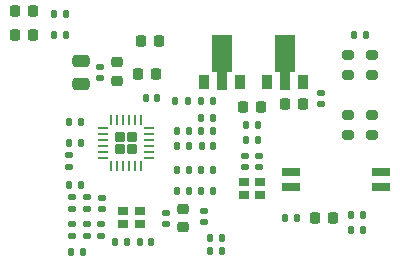
<source format=gbr>
%TF.GenerationSoftware,KiCad,Pcbnew,8.0.9-8.0.9-0~ubuntu22.04.1*%
%TF.CreationDate,2025-04-29T10:25:46+09:00*%
%TF.ProjectId,CANGatewayE,43414e47-6174-4657-9761-79452e6b6963,rev?*%
%TF.SameCoordinates,Original*%
%TF.FileFunction,Paste,Top*%
%TF.FilePolarity,Positive*%
%FSLAX46Y46*%
G04 Gerber Fmt 4.6, Leading zero omitted, Abs format (unit mm)*
G04 Created by KiCad (PCBNEW 8.0.9-8.0.9-0~ubuntu22.04.1) date 2025-04-29 10:25:46*
%MOMM*%
%LPD*%
G01*
G04 APERTURE LIST*
G04 Aperture macros list*
%AMRoundRect*
0 Rectangle with rounded corners*
0 $1 Rounding radius*
0 $2 $3 $4 $5 $6 $7 $8 $9 X,Y pos of 4 corners*
0 Add a 4 corners polygon primitive as box body*
4,1,4,$2,$3,$4,$5,$6,$7,$8,$9,$2,$3,0*
0 Add four circle primitives for the rounded corners*
1,1,$1+$1,$2,$3*
1,1,$1+$1,$4,$5*
1,1,$1+$1,$6,$7*
1,1,$1+$1,$8,$9*
0 Add four rect primitives between the rounded corners*
20,1,$1+$1,$2,$3,$4,$5,0*
20,1,$1+$1,$4,$5,$6,$7,0*
20,1,$1+$1,$6,$7,$8,$9,0*
20,1,$1+$1,$8,$9,$2,$3,0*%
%AMFreePoly0*
4,1,9,3.862500,-0.866500,0.737500,-0.866500,0.737500,-0.450000,-0.737500,-0.450000,-0.737500,0.450000,0.737500,0.450000,0.737500,0.866500,3.862500,0.866500,3.862500,-0.866500,3.862500,-0.866500,$1*%
%AMFreePoly1*
4,1,25,0.266375,0.443630,0.297109,0.420047,0.420047,0.297109,0.458455,0.230584,0.463512,0.192176,0.463512,-0.192176,0.443630,-0.266375,0.420047,-0.297109,0.297109,-0.420047,0.230584,-0.458455,0.192176,-0.463512,-0.192176,-0.463512,-0.266375,-0.443630,-0.297109,-0.420047,-0.420047,-0.297109,-0.458455,-0.230584,-0.463512,-0.192176,-0.463512,0.192176,-0.443630,0.266375,-0.420047,0.297109,
-0.297109,0.420047,-0.230584,0.458455,-0.192176,0.463512,0.192176,0.463512,0.266375,0.443630,0.266375,0.443630,$1*%
G04 Aperture macros list end*
%ADD10RoundRect,0.135000X-0.135000X-0.185000X0.135000X-0.185000X0.135000X0.185000X-0.135000X0.185000X0*%
%ADD11RoundRect,0.135000X-0.185000X0.135000X-0.185000X-0.135000X0.185000X-0.135000X0.185000X0.135000X0*%
%ADD12RoundRect,0.140000X0.140000X0.170000X-0.140000X0.170000X-0.140000X-0.170000X0.140000X-0.170000X0*%
%ADD13RoundRect,0.135000X0.135000X0.185000X-0.135000X0.185000X-0.135000X-0.185000X0.135000X-0.185000X0*%
%ADD14R,0.900000X0.800000*%
%ADD15RoundRect,0.225000X-0.225000X-0.250000X0.225000X-0.250000X0.225000X0.250000X-0.225000X0.250000X0*%
%ADD16RoundRect,0.140000X-0.170000X0.140000X-0.170000X-0.140000X0.170000X-0.140000X0.170000X0.140000X0*%
%ADD17R,0.900000X1.300000*%
%ADD18FreePoly0,90.000000*%
%ADD19RoundRect,0.218750X-0.218750X-0.256250X0.218750X-0.256250X0.218750X0.256250X-0.218750X0.256250X0*%
%ADD20RoundRect,0.140000X0.170000X-0.140000X0.170000X0.140000X-0.170000X0.140000X-0.170000X-0.140000X0*%
%ADD21RoundRect,0.200000X-0.275000X0.200000X-0.275000X-0.200000X0.275000X-0.200000X0.275000X0.200000X0*%
%ADD22FreePoly1,90.000000*%
%ADD23RoundRect,0.062500X0.062500X-0.375000X0.062500X0.375000X-0.062500X0.375000X-0.062500X-0.375000X0*%
%ADD24RoundRect,0.062500X0.375000X-0.062500X0.375000X0.062500X-0.375000X0.062500X-0.375000X-0.062500X0*%
%ADD25RoundRect,0.225000X0.225000X0.250000X-0.225000X0.250000X-0.225000X-0.250000X0.225000X-0.250000X0*%
%ADD26RoundRect,0.225000X-0.250000X0.225000X-0.250000X-0.225000X0.250000X-0.225000X0.250000X0.225000X0*%
%ADD27RoundRect,0.250000X0.475000X-0.250000X0.475000X0.250000X-0.475000X0.250000X-0.475000X-0.250000X0*%
%ADD28RoundRect,0.218750X-0.256250X0.218750X-0.256250X-0.218750X0.256250X-0.218750X0.256250X0.218750X0*%
%ADD29RoundRect,0.135000X0.185000X-0.135000X0.185000X0.135000X-0.185000X0.135000X-0.185000X-0.135000X0*%
%ADD30R,1.600000X0.760000*%
G04 APERTURE END LIST*
D10*
%TO.C,R23*%
X22240000Y4000000D03*
X23260000Y4000000D03*
%TD*%
D11*
%TO.C,R18*%
X22352000Y8638000D03*
X22352000Y7618000D03*
%TD*%
D12*
%TO.C,C10*%
X35024000Y4064000D03*
X34064000Y4064000D03*
%TD*%
D13*
%TO.C,R3*%
X34292000Y9144000D03*
X33272000Y9144000D03*
%TD*%
%TO.C,R6*%
X34294000Y16764000D03*
X33274000Y16764000D03*
%TD*%
D11*
%TO.C,R16*%
X23622000Y8638000D03*
X23622000Y7618000D03*
%TD*%
D14*
%TO.C,Y1*%
X38292000Y9948000D03*
X36892000Y9948000D03*
X36892000Y8848000D03*
X38292000Y8848000D03*
%TD*%
D15*
%TO.C,C22*%
X36804000Y16256000D03*
X38354000Y16256000D03*
%TD*%
D16*
%TO.C,C19*%
X24892000Y8608000D03*
X24892000Y7648000D03*
%TD*%
D17*
%TO.C,U5*%
X38886000Y18370000D03*
D18*
X40386000Y18457500D03*
D17*
X41886000Y18370000D03*
%TD*%
D13*
%TO.C,R1*%
X38104000Y13462000D03*
X37084000Y13462000D03*
%TD*%
%TO.C,R22*%
X21846000Y24172000D03*
X20826000Y24172000D03*
%TD*%
D12*
%TO.C,C16*%
X34290000Y12954000D03*
X33330000Y12954000D03*
%TD*%
D16*
%TO.C,C20*%
X24830000Y6350000D03*
X24830000Y5390000D03*
%TD*%
D10*
%TO.C,R12*%
X22098000Y13208000D03*
X23118000Y13208000D03*
%TD*%
D19*
%TO.C,D1*%
X17500500Y22352000D03*
X19075500Y22352000D03*
%TD*%
D20*
%TO.C,C1*%
X38201600Y11204000D03*
X38201600Y12164000D03*
%TD*%
D13*
%TO.C,R9*%
X32260000Y12954000D03*
X31240000Y12954000D03*
%TD*%
D21*
%TO.C,JP3*%
X47752000Y15557000D03*
X47752000Y13907000D03*
%TD*%
D22*
%TO.C,U2*%
X26416000Y12708000D03*
X27416000Y12708000D03*
X26416000Y13708000D03*
X27416000Y13708000D03*
D23*
X25666000Y11270500D03*
X26166000Y11270500D03*
X26666000Y11270500D03*
X27166000Y11270500D03*
X27666000Y11270500D03*
X28166000Y11270500D03*
D24*
X28853500Y11958000D03*
X28853500Y12458000D03*
X28853500Y12958000D03*
X28853500Y13458000D03*
X28853500Y13958000D03*
X28853500Y14458000D03*
D23*
X28166000Y15145500D03*
X27666000Y15145500D03*
X27166000Y15145500D03*
X26666000Y15145500D03*
X26166000Y15145500D03*
X25666000Y15145500D03*
D24*
X24978500Y14458000D03*
X24978500Y13958000D03*
X24978500Y13458000D03*
X24978500Y12958000D03*
X24978500Y12458000D03*
X24978500Y11958000D03*
%TD*%
D25*
%TO.C,C24*%
X29718000Y21844000D03*
X28168000Y21844000D03*
%TD*%
D15*
%TO.C,C5*%
X42926000Y6858000D03*
X44476000Y6858000D03*
%TD*%
D21*
%TO.C,JP5*%
X45720000Y20637000D03*
X45720000Y18987000D03*
%TD*%
D16*
%TO.C,C11*%
X43434000Y17498000D03*
X43434000Y16538000D03*
%TD*%
D25*
%TO.C,C4*%
X29477000Y19050000D03*
X27927000Y19050000D03*
%TD*%
D13*
%TO.C,R7*%
X32260000Y10922000D03*
X31240000Y10922000D03*
%TD*%
D17*
%TO.C,U7*%
X33552000Y18370000D03*
D18*
X35052000Y18457500D03*
D17*
X36552000Y18370000D03*
%TD*%
D13*
%TO.C,R20*%
X47246000Y22352000D03*
X46226000Y22352000D03*
%TD*%
D10*
%TO.C,R13*%
X22096000Y14986000D03*
X23116000Y14986000D03*
%TD*%
D13*
%TO.C,R2*%
X34292000Y10922000D03*
X33272000Y10922000D03*
%TD*%
D26*
%TO.C,C15*%
X31750000Y7633000D03*
X31750000Y6083000D03*
%TD*%
D21*
%TO.C,JP4*%
X47752000Y20637000D03*
X47752000Y18987000D03*
%TD*%
D13*
%TO.C,R8*%
X32260000Y9144000D03*
X31240000Y9144000D03*
%TD*%
D27*
%TO.C,C17*%
X23114000Y18227000D03*
X23114000Y20127000D03*
%TD*%
D20*
%TO.C,C18*%
X24765000Y18697000D03*
X24765000Y19657000D03*
%TD*%
D25*
%TO.C,C23*%
X41923000Y16510000D03*
X40373000Y16510000D03*
%TD*%
D14*
%TO.C,Y2*%
X28070000Y7442902D03*
X26670000Y7442902D03*
X26670000Y6342902D03*
X28070000Y6342902D03*
%TD*%
D20*
%TO.C,C8*%
X33528000Y6505000D03*
X33528000Y7465000D03*
%TD*%
D28*
%TO.C,L1*%
X26162000Y20091500D03*
X26162000Y18516500D03*
%TD*%
D13*
%TO.C,R5*%
X34292000Y15367000D03*
X33272000Y15367000D03*
%TD*%
D29*
%TO.C,R17*%
X22352000Y5332000D03*
X22352000Y6352000D03*
%TD*%
D30*
%TO.C,SW1*%
X40894000Y10795000D03*
X40894000Y9525000D03*
X48514000Y9525000D03*
X48514000Y10795000D03*
%TD*%
D13*
%TO.C,R19*%
X46992000Y5842000D03*
X45972000Y5842000D03*
%TD*%
D16*
%TO.C,C14*%
X30353000Y7338000D03*
X30353000Y6378000D03*
%TD*%
D12*
%TO.C,C7*%
X38072000Y14732000D03*
X37112000Y14732000D03*
%TD*%
%TO.C,C13*%
X26995000Y4860902D03*
X26035000Y4860902D03*
%TD*%
%TO.C,C6*%
X29563000Y17018000D03*
X28603000Y17018000D03*
%TD*%
D21*
%TO.C,JP2*%
X45720000Y15557000D03*
X45720000Y13907000D03*
%TD*%
D12*
%TO.C,C3*%
X35024000Y5207000D03*
X34064000Y5207000D03*
%TD*%
D13*
%TO.C,R4*%
X34292000Y14224000D03*
X33272000Y14224000D03*
%TD*%
D16*
%TO.C,C2*%
X36982400Y12164000D03*
X36982400Y11204000D03*
%TD*%
D10*
%TO.C,R10*%
X31240000Y14224000D03*
X32260000Y14224000D03*
%TD*%
%TO.C,R14*%
X22096000Y9652000D03*
X23116000Y9652000D03*
%TD*%
D11*
%TO.C,R15*%
X22098000Y12194000D03*
X22098000Y11174000D03*
%TD*%
D19*
%TO.C,D2*%
X17500500Y24384000D03*
X19075500Y24384000D03*
%TD*%
D12*
%TO.C,C12*%
X29055000Y4860902D03*
X28095000Y4860902D03*
%TD*%
%TO.C,C25*%
X46962000Y7112000D03*
X46002000Y7112000D03*
%TD*%
D13*
%TO.C,R21*%
X21844000Y22352000D03*
X20824000Y22352000D03*
%TD*%
D10*
%TO.C,R11*%
X31113000Y16764000D03*
X32133000Y16764000D03*
%TD*%
D12*
%TO.C,C9*%
X41374000Y6858000D03*
X40414000Y6858000D03*
%TD*%
D16*
%TO.C,C21*%
X23622000Y6350000D03*
X23622000Y5390000D03*
%TD*%
M02*

</source>
